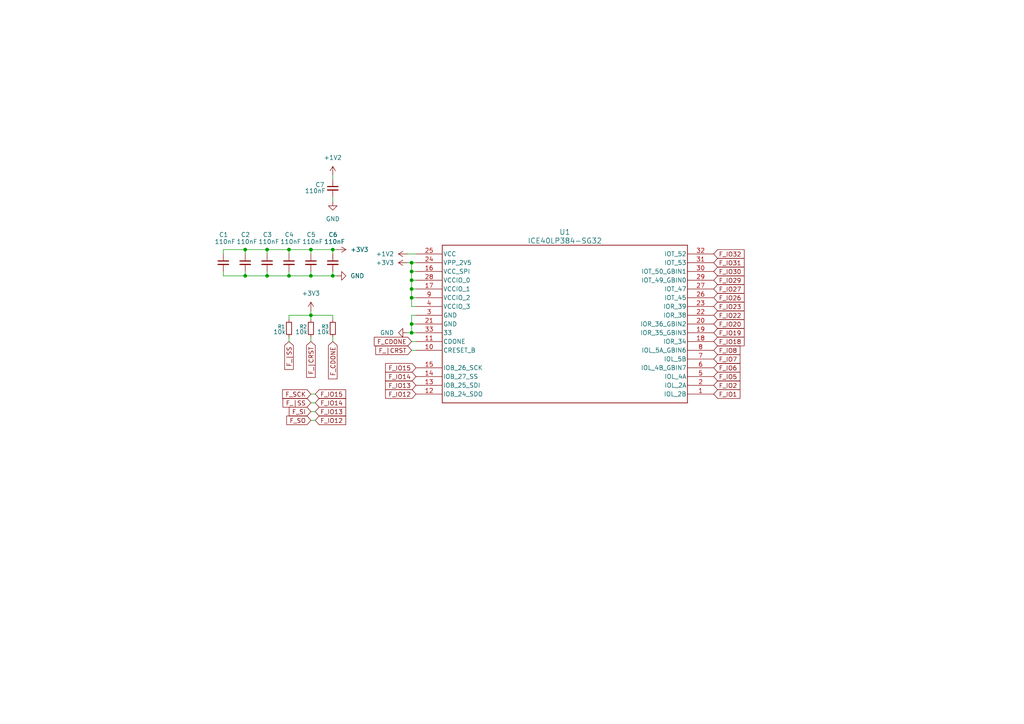
<source format=kicad_sch>
(kicad_sch (version 20250114) (generator "eeschema") (generator_version "9.0")
  (paper "A4")
  (lib_symbols
    (symbol "Device:C_Small" (pin_numbers (hide yes)) (pin_names (offset 0.254) (hide yes))
      (property "Reference" "C" (at 0.254 1.778 0))
      (property "Value" "C_Small" (at 0.254 -2.032 0))
      (symbol "C_Small_0_1"
        (polyline (pts (xy -1.524 0.508) (xy 1.524 0.508)) (stroke (width 0.3048)))
        (polyline (pts (xy -1.524 -0.508) (xy 1.524 -0.508)) (stroke (width 0.3302)))
      )
      (symbol "C_Small_1_1"
        (pin passive line (at 0 2.54 270) (length 2.032) (name "~") (number "1"))
        (pin passive line (at 0 -2.54 90) (length 2.032) (name "~") (number "2"))
      )
    )
    (symbol "Device:R_Small" (pin_numbers (hide yes)) (pin_names (offset 0.254) (hide yes))
      (property "Reference" "R" (at 0 0 90))
      (property "Value" "R_Small" (at 1.778 0 90))
      (symbol "R_Small_0_1"
        (rectangle (start -0.762 1.778) (end 0.762 -1.778) (stroke (width 0.2032)))
      )
      (symbol "R_Small_1_1"
        (pin passive line (at 0 2.54 270) (length 0.762) (name "~") (number "1"))
        (pin passive line (at 0 -2.54 90) (length 0.762) (name "~") (number "2"))
      )
    )
    (symbol "ICEBATS:ICE40LP384-SG32" (pin_names (offset 0.254))
      (property "Reference" "U" (at 43.18 10.16 0))
      (property "Value" "ICE40LP384-SG32" (at 43.18 7.62 0))
      (symbol "ICE40LP384-SG32_0_1"
        (polyline (pts (xy 7.62 5.08) (xy 7.62 -40.64)) (stroke (width 0.2032)))
        (polyline (pts (xy 7.62 -40.64) (xy 78.74 -40.64)) (stroke (width 0.2032)))
        (polyline (pts (xy 78.74 5.08) (xy 7.62 5.08)) (stroke (width 0.2032)))
        (polyline (pts (xy 78.74 -40.64) (xy 78.74 5.08)) (stroke (width 0.2032)))
        (pin power_in line (at 0 2.54 0) (length 7.62) (name "VCC") (number "25"))
        (pin power_in line (at 0 0 0) (length 7.62) (name "VPP_2V5") (number "24"))
        (pin power_in line (at 0 -2.54 0) (length 7.62) (name "VCC_SPI") (number "16"))
        (pin power_in line (at 0 -5.08 0) (length 7.62) (name "VCCIO_0") (number "28"))
        (pin power_in line (at 0 -7.62 0) (length 7.62) (name "VCCIO_1") (number "17"))
        (pin power_in line (at 0 -10.16 0) (length 7.62) (name "VCCIO_2") (number "9"))
        (pin power_in line (at 0 -12.7 0) (length 7.62) (name "VCCIO_3") (number "4"))
        (pin power_in line (at 0 -15.24 0) (length 7.62) (name "GND") (number "3"))
        (pin power_in line (at 0 -17.78 0) (length 7.62) (name "GND") (number "21"))
        (pin unspecified line (at 0 -20.32 0) (length 7.62) (name "33") (number "33"))
        (pin unspecified line (at 0 -22.86 0) (length 7.62) (name "CDONE") (number "11"))
        (pin unspecified line (at 0 -25.4 0) (length 7.62) (name "CRESET_B") (number "10"))
        (pin bidirectional line (at 0 -30.48 0) (length 7.62) (name "IOB_26_SCK") (number "15"))
        (pin bidirectional line (at 0 -33.02 0) (length 7.62) (name "IOB_27_SS") (number "14"))
        (pin bidirectional line (at 0 -35.56 0) (length 7.62) (name "IOB_25_SDI") (number "13"))
        (pin bidirectional line (at 0 -38.1 0) (length 7.62) (name "IOB_24_SDO") (number "12"))
        (pin bidirectional line (at 86.36 2.54 180) (length 7.62) (name "IOT_52") (number "32"))
        (pin bidirectional line (at 86.36 0 180) (length 7.62) (name "IOT_53") (number "31"))
        (pin bidirectional line (at 86.36 -2.54 180) (length 7.62) (name "IOT_50_GBIN1") (number "30"))
        (pin bidirectional line (at 86.36 -5.08 180) (length 7.62) (name "IOT_49_GBIN0") (number "29"))
        (pin bidirectional line (at 86.36 -7.62 180) (length 7.62) (name "IOT_47") (number "27"))
        (pin bidirectional line (at 86.36 -10.16 180) (length 7.62) (name "IOT_45") (number "26"))
        (pin bidirectional line (at 86.36 -12.7 180) (length 7.62) (name "IOR_39") (number "23"))
        (pin bidirectional line (at 86.36 -15.24 180) (length 7.62) (name "IOR_38") (number "22"))
        (pin bidirectional line (at 86.36 -17.78 180) (length 7.62) (name "IOR_36_GBIN2") (number "20"))
        (pin bidirectional line (at 86.36 -20.32 180) (length 7.62) (name "IOR_35_GBIN3") (number "19"))
        (pin bidirectional line (at 86.36 -22.86 180) (length 7.62) (name "IOR_34") (number "18"))
        (pin bidirectional line (at 86.36 -30.48 180) (length 7.62) (name "IOL_4B_GBIN7") (number "6"))
        (pin bidirectional line (at 86.36 -33.02 180) (length 7.62) (name "IOL_4A") (number "5"))
        (pin bidirectional line (at 86.36 -35.56 180) (length 7.62) (name "IOL_2A") (number "2"))
        (pin bidirectional line (at 86.36 -38.1 180) (length 7.62) (name "IOL_2B") (number "1"))
      )
      (symbol "ICE40LP384-SG32_1_1"
        (pin bidirectional line (at 86.36 -25.4 180) (length 7.62) (name "IOL_5A_GBIN6") (number "8"))
        (pin bidirectional line (at 86.36 -27.94 180) (length 7.62) (name "IOL_5B") (number "7"))
      )
    )
    (symbol "power:+1V2" (power) (pin_numbers (hide yes)) (pin_names (offset 0) (hide yes))
      (property "Value" "+1V2" (at 0 3.556 0))
      (symbol "+1V2_0_1"
        (polyline (pts (xy -0.762 1.27) (xy 0 2.54)))
        (polyline (pts (xy 0 2.54) (xy 0.762 1.27)))
        (polyline (pts (xy 0 0) (xy 0 2.54)))
      )
      (symbol "+1V2_1_1"
        (pin power_in line (at 0 0 90) (length 0) (name "~") (number "1"))
      )
    )
    (symbol "power:+3V3" (power) (pin_numbers (hide yes)) (pin_names (offset 0) (hide yes))
      (property "Value" "+3V3" (at 0 3.556 0))
      (symbol "+3V3_0_1"
        (polyline (pts (xy -0.762 1.27) (xy 0 2.54)))
        (polyline (pts (xy 0 2.54) (xy 0.762 1.27)))
        (polyline (pts (xy 0 0) (xy 0 2.54)))
      )
      (symbol "+3V3_1_1"
        (pin power_in line (at 0 0 90) (length 0) (name "~") (number "1"))
      )
    )
    (symbol "power:GND" (power) (pin_numbers (hide yes)) (pin_names (offset 0) (hide yes))
      (property "Value" "GND" (at 0 -3.81 0))
      (symbol "GND_0_1"
        (polyline (pts (xy 0 0) (xy 0 -1.27) (xy 1.27 -1.27) (xy 0 -2.54) (xy -1.27 -1.27) (xy 0 -1.27)))
      )
      (symbol "GND_1_1"
        (pin power_in line (at 0 0 270) (length 0) (name "~") (number "1"))
      )
    )
  )
  (junction (at 77.47 72.39))
  (junction (at 119.38 83.82))
  (junction (at 119.38 76.2))
  (junction (at 77.47 80.01))
  (junction (at 119.38 86.36))
  (junction (at 119.38 81.28))
  (junction (at 90.17 80.01))
  (junction (at 96.52 80.01))
  (junction (at 96.52 72.39))
  (junction (at 119.38 93.98))
  (junction (at 83.82 80.01))
  (junction (at 71.12 80.01))
  (junction (at 119.38 78.74))
  (junction (at 71.12 72.39))
  (junction (at 90.17 91.44))
  (junction (at 119.38 96.52))
  (junction (at 83.82 72.39))
  (junction (at 90.17 72.39))
  (wire (pts (xy 90.17 72.39) (xy 90.17 73.66)))
  (wire (pts (xy 90.17 91.44) (xy 90.17 92.71)))
  (wire (pts (xy 119.38 88.9) (xy 119.38 86.36)))
  (wire (pts (xy 96.52 72.39) (xy 96.52 73.66)))
  (wire (pts (xy 96.52 50.8) (xy 96.52 52.07)))
  (wire (pts (xy 90.17 91.44) (xy 96.52 91.44)))
  (wire (pts (xy 71.12 78.74) (xy 71.12 80.01)))
  (wire (pts (xy 83.82 80.01) (xy 90.17 80.01)))
  (wire (pts (xy 96.52 91.44) (xy 96.52 92.71)))
  (wire (pts (xy 118.11 73.66) (xy 120.65 73.66)))
  (wire (pts (xy 96.52 58.42) (xy 96.52 57.15)))
  (wire (pts (xy 64.77 80.01) (xy 71.12 80.01)))
  (wire (pts (xy 64.77 73.66) (xy 64.77 72.39)))
  (wire (pts (xy 90.17 116.84) (xy 91.44 116.84)))
  (wire (pts (xy 119.38 93.98) (xy 120.65 93.98)))
  (wire (pts (xy 97.79 80.01) (xy 96.52 80.01)))
  (wire (pts (xy 83.82 78.74) (xy 83.82 80.01)))
  (wire (pts (xy 90.17 114.3) (xy 91.44 114.3)))
  (wire (pts (xy 90.17 78.74) (xy 90.17 80.01)))
  (wire (pts (xy 119.38 99.06) (xy 120.65 99.06)))
  (wire (pts (xy 97.79 72.39) (xy 96.52 72.39)))
  (wire (pts (xy 77.47 72.39) (xy 83.82 72.39)))
  (wire (pts (xy 120.65 88.9) (xy 119.38 88.9)))
  (wire (pts (xy 118.11 96.52) (xy 119.38 96.52)))
  (wire (pts (xy 83.82 72.39) (xy 83.82 73.66)))
  (wire (pts (xy 71.12 72.39) (xy 77.47 72.39)))
  (wire (pts (xy 119.38 101.6) (xy 120.65 101.6)))
  (wire (pts (xy 90.17 72.39) (xy 96.52 72.39)))
  (wire (pts (xy 83.82 92.71) (xy 83.82 91.44)))
  (wire (pts (xy 119.38 78.74) (xy 119.38 76.2)))
  (wire (pts (xy 119.38 93.98) (xy 119.38 91.44)))
  (wire (pts (xy 83.82 72.39) (xy 90.17 72.39)))
  (wire (pts (xy 119.38 83.82) (xy 119.38 81.28)))
  (wire (pts (xy 119.38 83.82) (xy 120.65 83.82)))
  (wire (pts (xy 77.47 78.74) (xy 77.47 80.01)))
  (wire (pts (xy 90.17 99.06) (xy 90.17 97.79)))
  (wire (pts (xy 71.12 72.39) (xy 71.12 73.66)))
  (wire (pts (xy 90.17 121.92) (xy 91.44 121.92)))
  (wire (pts (xy 83.82 91.44) (xy 90.17 91.44)))
  (wire (pts (xy 77.47 72.39) (xy 77.47 73.66)))
  (wire (pts (xy 90.17 80.01) (xy 96.52 80.01)))
  (wire (pts (xy 119.38 86.36) (xy 119.38 83.82)))
  (wire (pts (xy 118.11 76.2) (xy 119.38 76.2)))
  (wire (pts (xy 120.65 96.52) (xy 119.38 96.52)))
  (wire (pts (xy 64.77 78.74) (xy 64.77 80.01)))
  (wire (pts (xy 83.82 97.79) (xy 83.82 99.06)))
  (wire (pts (xy 119.38 76.2) (xy 120.65 76.2)))
  (wire (pts (xy 119.38 91.44) (xy 120.65 91.44)))
  (wire (pts (xy 90.17 119.38) (xy 91.44 119.38)))
  (wire (pts (xy 71.12 80.01) (xy 77.47 80.01)))
  (wire (pts (xy 64.77 72.39) (xy 71.12 72.39)))
  (wire (pts (xy 119.38 81.28) (xy 119.38 78.74)))
  (wire (pts (xy 119.38 78.74) (xy 120.65 78.74)))
  (wire (pts (xy 119.38 86.36) (xy 120.65 86.36)))
  (wire (pts (xy 96.52 99.06) (xy 96.52 97.79)))
  (wire (pts (xy 90.17 90.17) (xy 90.17 91.44)))
  (wire (pts (xy 77.47 80.01) (xy 83.82 80.01)))
  (wire (pts (xy 119.38 81.28) (xy 120.65 81.28)))
  (wire (pts (xy 96.52 80.01) (xy 96.52 78.74)))
  (wire (pts (xy 119.38 96.52) (xy 119.38 93.98)))
  (global_label "F_IO23" (shape input) (at 207.01 88.9 0) (property "Intersheetrefs" "${INTERSHEET_REFS}" (effects (hide yes))))
  (global_label "F_SCK" (shape input) (at 90.17 114.3 180) (property "Intersheetrefs" "${INTERSHEET_REFS}" (effects (hide yes))))
  (global_label "F_IO1" (shape input) (at 207.01 114.3 0) (property "Intersheetrefs" "${INTERSHEET_REFS}" (effects (hide yes))))
  (global_label "F_SO" (shape input) (at 90.17 121.92 180) (property "Intersheetrefs" "${INTERSHEET_REFS}" (effects (hide yes))))
  (global_label "F_CDONE" (shape input) (at 96.52 99.06 270) (property "Intersheetrefs" "${INTERSHEET_REFS}" (effects (hide yes))))
  (global_label "F_|CRST" (shape input) (at 119.38 101.6 180) (property "Intersheetrefs" "${INTERSHEET_REFS}" (effects (hide yes))))
  (global_label "F_IO32" (shape input) (at 207.01 73.66 0) (property "Intersheetrefs" "${INTERSHEET_REFS}" (effects (hide yes))))
  (global_label "F_IO6" (shape input) (at 207.01 106.68 0) (property "Intersheetrefs" "${INTERSHEET_REFS}" (effects (hide yes))))
  (global_label "F_IO15" (shape input) (at 91.44 114.3 0) (property "Intersheetrefs" "${INTERSHEET_REFS}" (effects (hide yes))))
  (global_label "F_IO27" (shape input) (at 207.01 83.82 0) (property "Intersheetrefs" "${INTERSHEET_REFS}" (effects (hide yes))))
  (global_label "F_IO12" (shape input) (at 91.44 121.92 0) (property "Intersheetrefs" "${INTERSHEET_REFS}" (effects (hide yes))))
  (global_label "F_IO26" (shape input) (at 207.01 86.36 0) (property "Intersheetrefs" "${INTERSHEET_REFS}" (effects (hide yes))))
  (global_label "F_IO31" (shape input) (at 207.01 76.2 0) (property "Intersheetrefs" "${INTERSHEET_REFS}" (effects (hide yes))))
  (global_label "F_IO13" (shape input) (at 91.44 119.38 0) (property "Intersheetrefs" "${INTERSHEET_REFS}" (effects (hide yes))))
  (global_label "F_IO5" (shape input) (at 207.01 109.22 0) (property "Intersheetrefs" "${INTERSHEET_REFS}" (effects (hide yes))))
  (global_label "F_|SS" (shape input) (at 83.82 99.06 270) (property "Intersheetrefs" "${INTERSHEET_REFS}" (effects (hide yes))))
  (global_label "F_IO14" (shape input) (at 91.44 116.84 0) (property "Intersheetrefs" "${INTERSHEET_REFS}" (effects (hide yes))))
  (global_label "F_IO14" (shape input) (at 120.65 109.22 180) (property "Intersheetrefs" "${INTERSHEET_REFS}" (effects (hide yes))))
  (global_label "F_|CRST" (shape input) (at 90.17 99.06 270) (property "Intersheetrefs" "${INTERSHEET_REFS}" (effects (hide yes))))
  (global_label "F_IO20" (shape input) (at 207.01 93.98 0) (property "Intersheetrefs" "${INTERSHEET_REFS}" (effects (hide yes))))
  (global_label "F_SI" (shape input) (at 90.17 119.38 180) (property "Intersheetrefs" "${INTERSHEET_REFS}" (effects (hide yes))))
  (global_label "F_IO22" (shape input) (at 207.01 91.44 0) (property "Intersheetrefs" "${INTERSHEET_REFS}" (effects (hide yes))))
  (global_label "F_IO30" (shape input) (at 207.01 78.74 0) (property "Intersheetrefs" "${INTERSHEET_REFS}" (effects (hide yes))))
  (global_label "F_CDONE" (shape input) (at 119.38 99.06 180) (property "Intersheetrefs" "${INTERSHEET_REFS}" (effects (hide yes))))
  (global_label "F_IO12" (shape input) (at 120.65 114.3 180) (property "Intersheetrefs" "${INTERSHEET_REFS}" (effects (hide yes))))
  (global_label "F_IO7" (shape input) (at 207.01 104.14 0) (property "Intersheetrefs" "${INTERSHEET_REFS}" (effects (hide yes))))
  (global_label "F_|SS" (shape input) (at 90.17 116.84 180) (property "Intersheetrefs" "${INTERSHEET_REFS}" (effects (hide yes))))
  (global_label "F_IO18" (shape input) (at 207.01 99.06 0) (property "Intersheetrefs" "${INTERSHEET_REFS}" (effects (hide yes))))
  (global_label "F_IO29" (shape input) (at 207.01 81.28 0) (property "Intersheetrefs" "${INTERSHEET_REFS}" (effects (hide yes))))
  (global_label "F_IO2" (shape input) (at 207.01 111.76 0) (property "Intersheetrefs" "${INTERSHEET_REFS}" (effects (hide yes))))
  (global_label "F_IO8" (shape input) (at 207.01 101.6 0) (property "Intersheetrefs" "${INTERSHEET_REFS}" (effects (hide yes))))
  (global_label "F_IO13" (shape input) (at 120.65 111.76 180) (property "Intersheetrefs" "${INTERSHEET_REFS}" (effects (hide yes))))
  (global_label "F_IO19" (shape input) (at 207.01 96.52 0) (property "Intersheetrefs" "${INTERSHEET_REFS}" (effects (hide yes))))
  (global_label "F_IO15" (shape input) (at 120.65 106.68 180) (property "Intersheetrefs" "${INTERSHEET_REFS}" (effects (hide yes))))
  (symbol (lib_id "Device:R_Small") (at 90.17 95.25 0) (unit 1)
    (property "Reference" "R2" (at 86.868 94.742 0) (effects (font (size 1.016 1.016)) (justify left)))
    (property "Value" "10k" (at 85.598 96.266 0) (effects (justify left)))
    (property "Footprint" "Resistor_SMD:R_0402_1005Metric" (effects (hide yes)))
    (property "Description" "Resistor, small symbol" (effects (hide yes)))
  )
  (symbol (lib_id "Device:C_Small") (at 77.47 76.2 0) (unit 1)
    (property "Reference" "C3" (at 76.2 68.072 0) (effects (justify left)))
    (property "Value" "110nF" (at 74.93 70.104 0) (effects (justify left)))
    (property "Footprint" "Capacitor_SMD:C_0402_1005Metric" (effects (hide yes)))
    (property "Description" "VCCIO0" (effects (hide yes)))
  )
  (symbol (lib_id "Device:C_Small") (at 90.17 76.2 0) (unit 1)
    (property "Reference" "C5" (at 88.9 68.072 0) (effects (justify left)))
    (property "Value" "110nF" (at 87.63 70.104 0) (effects (justify left)))
    (property "Footprint" "Capacitor_SMD:C_0402_1005Metric" (effects (hide yes)))
    (property "Description" "VCCIO2" (effects (hide yes)))
  )
  (symbol (lib_id "Device:R_Small") (at 83.82 95.25 0) (unit 1)
    (property "Reference" "R1" (at 80.518 94.742 0) (effects (font (size 1.016 1.016)) (justify left)))
    (property "Value" "10k" (at 79.248 96.266 0) (effects (justify left)))
    (property "Footprint" "Resistor_SMD:R_0402_1005Metric" (effects (hide yes)))
    (property "Description" "Resistor, small symbol" (effects (hide yes)))
  )
  (symbol (lib_id "Device:C_Small") (at 83.82 76.2 0) (unit 1)
    (property "Reference" "C4" (at 82.55 68.072 0) (effects (justify left)))
    (property "Value" "110nF" (at 81.28 70.104 0) (effects (justify left)))
    (property "Footprint" "Capacitor_SMD:C_0402_1005Metric" (effects (hide yes)))
    (property "Description" "VCCIO1" (effects (hide yes)))
  )
  (symbol (lib_id "power:GND") (at 97.79 80.01 90) (unit 1)
    (property "Reference" "#PWR02" (effects (hide yes)))
    (property "Value" "GND" (at 101.6 80.0099 90) (effects (justify right)))
    (property "Description" "Power symbol creates a global label with name \"GND\" , ground" (effects (hide yes)))
  )
  (symbol (lib_id "Device:C_Small") (at 96.52 76.2 0) (unit 1)
    (property "Reference" "C6" (at 95.25 68.072 0) (effects (justify left)))
    (property "Value" "110nF" (at 93.98 70.104 0) (effects (justify left)))
    (property "Footprint" "Capacitor_SMD:C_0402_1005Metric" (effects (hide yes)))
    (property "Description" "VCCIO3" (effects (hide yes)))
  )
  (symbol (lib_id "Device:C_Small") (at 71.12 76.2 0) (unit 1)
    (property "Reference" "C2" (at 69.85 68.072 0) (effects (justify left)))
    (property "Value" "110nF" (at 68.58 70.104 0) (effects (justify left)))
    (property "Footprint" "Capacitor_SMD:C_0402_1005Metric" (effects (hide yes)))
    (property "Description" "VCC_SPI" (effects (hide yes)))
  )
  (symbol (lib_id "power:+1V2") (at 96.52 50.8 0) (unit 1)
    (property "Reference" "#PWR07" (effects (hide yes)))
    (property "Value" "+1V2" (at 96.52 45.72 0))
    (property "Description" "Power symbol creates a global label with name \"+1V2\"" (effects (hide yes)))
  )
  (symbol (lib_id "power:+3V3") (at 118.11 76.2 90) (unit 1)
    (property "Reference" "#PWR04" (effects (hide yes)))
    (property "Value" "+3V3" (at 114.3 76.1999 90) (effects (justify left)))
    (property "Description" "Power symbol creates a global label with name \"+3V3\"" (effects (hide yes)))
  )
  (symbol (lib_id "power:+3V3") (at 97.79 72.39 270) (unit 1)
    (property "Reference" "#PWR03" (effects (hide yes)))
    (property "Value" "+3V3" (at 101.6 72.3899 90) (effects (justify left)))
    (property "Description" "Power symbol creates a global label with name \"+3V3\"" (effects (hide yes)))
  )
  (symbol (lib_id "ICEBATS:ICE40LP384-SG32") (at 120.65 76.2 0) (unit 1)
    (property "Reference" "U1" (at 163.83 67.31 0) (effects (font (size 1.524 1.524))))
    (property "Value" "ICE40LP384-SG32" (at 163.83 69.85 0) (effects (font (size 1.524 1.524))))
    (property "Footprint" "footprints:QFN-32-1EP_5x5mm_P0.5mm_EP3.1x3.1mm" (effects (hide yes)))
    (property "Datasheet" "ICE40LP384-SG32" (effects (hide yes)))
  )
  (symbol (lib_id "power:GND") (at 118.11 96.52 270) (unit 1)
    (property "Reference" "#PWR01" (effects (hide yes)))
    (property "Value" "GND" (at 114.3 96.5199 90) (effects (justify right)))
    (property "Description" "Power symbol creates a global label with name \"GND\" , ground" (effects (hide yes)))
  )
  (symbol (lib_id "Device:R_Small") (at 96.52 95.25 0) (unit 1)
    (property "Reference" "R3" (at 93.218 94.742 0) (effects (font (size 1.016 1.016)) (justify left)))
    (property "Value" "10k" (at 91.948 96.266 0) (effects (justify left)))
    (property "Footprint" "Resistor_SMD:R_0402_1005Metric" (effects (hide yes)))
    (property "Description" "Resistor, small symbol" (effects (hide yes)))
  )
  (symbol (lib_id "power:+3V3") (at 90.17 90.17 0) (unit 1)
    (property "Reference" "#PWR06" (effects (hide yes)))
    (property "Value" "+3V3" (at 90.17 85.09 0))
    (property "Description" "Power symbol creates a global label with name \"+3V3\"" (effects (hide yes)))
  )
  (symbol (lib_id "power:+1V2") (at 118.11 73.66 90) (unit 1)
    (property "Reference" "#PWR05" (effects (hide yes)))
    (property "Value" "+1V2" (at 114.3 73.6599 90) (effects (justify left)))
    (property "Description" "Power symbol creates a global label with name \"+1V2\"" (effects (hide yes)))
  )
  (symbol (lib_id "power:GND") (at 96.52 58.42 0) (unit 1)
    (property "Reference" "#PWR08" (effects (hide yes)))
    (property "Value" "GND" (at 96.52 63.5 0))
    (property "Description" "Power symbol creates a global label with name \"GND\" , ground" (effects (hide yes)))
  )
  (symbol (lib_id "Device:C_Small") (at 96.52 54.61 0) (unit 1)
    (property "Reference" "C7" (at 91.44 53.594 0) (effects (justify left)))
    (property "Value" "110nF" (at 88.392 55.372 0) (effects (justify left)))
    (property "Footprint" "Capacitor_SMD:C_0402_1005Metric" (effects (hide yes)))
    (property "Description" "VCCIO3" (effects (hide yes)))
  )
  (symbol (lib_id "Device:C_Small") (at 64.77 76.2 0) (unit 1)
    (property "Reference" "C1" (at 63.5 68.072 0) (effects (justify left)))
    (property "Value" "110nF" (at 62.23 70.104 0) (effects (justify left)))
    (property "Footprint" "Capacitor_SMD:C_0402_1005Metric" (effects (hide yes)))
    (property "Description" "VPP_2V5" (effects (hide yes)))
  )
)
</source>
